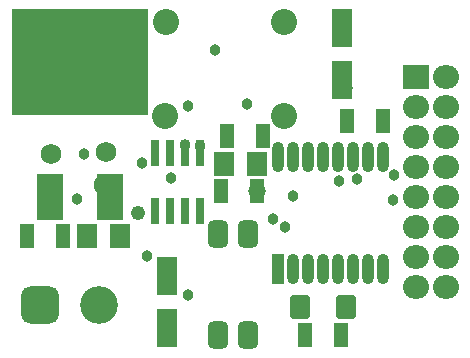
<source format=gts>
G04*
G04 #@! TF.GenerationSoftware,Altium Limited,Altium Designer,22.5.1 (42)*
G04*
G04 Layer_Color=8388736*
%FSLAX25Y25*%
%MOIN*%
G70*
G04*
G04 #@! TF.SameCoordinates,0C7ABF94-C2AC-4CB0-9C94-541A5C69193A*
G04*
G04*
G04 #@! TF.FilePolarity,Negative*
G04*
G01*
G75*
%ADD28R,0.08989X0.15800*%
%ADD29R,0.45800X0.35800*%
%ADD30R,0.03000X0.08600*%
%ADD31R,0.07099X0.12611*%
%ADD32R,0.07099X0.07887*%
G04:AMPARAMS|DCode=33|XSize=67.06mil|YSize=78.87mil|CornerRadius=11.38mil|HoleSize=0mil|Usage=FLASHONLY|Rotation=0.000|XOffset=0mil|YOffset=0mil|HoleType=Round|Shape=RoundedRectangle|*
%AMROUNDEDRECTD33*
21,1,0.06706,0.05610,0,0,0.0*
21,1,0.04429,0.07887,0,0,0.0*
1,1,0.02276,0.02215,-0.02805*
1,1,0.02276,-0.02215,-0.02805*
1,1,0.02276,-0.02215,0.02805*
1,1,0.02276,0.02215,0.02805*
%
%ADD33ROUNDEDRECTD33*%
%ADD34R,0.04973X0.07965*%
%ADD35O,0.03950X0.10249*%
%ADD36R,0.03950X0.10249*%
G04:AMPARAMS|DCode=37|XSize=91.86mil|YSize=69.81mil|CornerRadius=19.45mil|HoleSize=0mil|Usage=FLASHONLY|Rotation=270.000|XOffset=0mil|YOffset=0mil|HoleType=Round|Shape=RoundedRectangle|*
%AMROUNDEDRECTD37*
21,1,0.09186,0.03091,0,0,270.0*
21,1,0.05295,0.06981,0,0,270.0*
1,1,0.03891,-0.01545,-0.02648*
1,1,0.03891,-0.01545,0.02648*
1,1,0.03891,0.01545,0.02648*
1,1,0.03891,0.01545,-0.02648*
%
%ADD37ROUNDEDRECTD37*%
G04:AMPARAMS|DCode=38|XSize=126.11mil|YSize=126.11mil|CornerRadius=33.53mil|HoleSize=0mil|Usage=FLASHONLY|Rotation=0.000|XOffset=0mil|YOffset=0mil|HoleType=Round|Shape=RoundedRectangle|*
%AMROUNDEDRECTD38*
21,1,0.12611,0.05906,0,0,0.0*
21,1,0.05906,0.12611,0,0,0.0*
1,1,0.06706,0.02953,-0.02953*
1,1,0.06706,-0.02953,-0.02953*
1,1,0.06706,-0.02953,0.02953*
1,1,0.06706,0.02953,0.02953*
%
%ADD38ROUNDEDRECTD38*%
%ADD39C,0.12611*%
%ADD40O,0.08674X0.07887*%
%ADD41R,0.08674X0.07887*%
%ADD42C,0.08674*%
%ADD43C,0.03800*%
%ADD44C,0.06800*%
%ADD45C,0.05800*%
%ADD46C,0.04800*%
D28*
X14000Y51500D02*
D03*
X34000D02*
D03*
D29*
X24000Y96500D02*
D03*
D30*
X63900Y66200D02*
D03*
X58900D02*
D03*
X53900D02*
D03*
X48900D02*
D03*
Y46800D02*
D03*
X53900D02*
D03*
X58900D02*
D03*
X63900D02*
D03*
D31*
X111500Y108000D02*
D03*
Y90677D02*
D03*
X52900Y25161D02*
D03*
Y7839D02*
D03*
D32*
X83012Y62500D02*
D03*
X71988D02*
D03*
X26488Y38500D02*
D03*
X37512D02*
D03*
D33*
X97223Y15000D02*
D03*
X112577D02*
D03*
D34*
X110916Y5500D02*
D03*
X98884D02*
D03*
X112884Y77000D02*
D03*
X124916D02*
D03*
X72884Y72000D02*
D03*
X84916D02*
D03*
X82916Y53500D02*
D03*
X70884D02*
D03*
X18516Y38500D02*
D03*
X6484D02*
D03*
D35*
X124900Y65000D02*
D03*
X119900D02*
D03*
X114900D02*
D03*
X109900D02*
D03*
X104900D02*
D03*
X99900D02*
D03*
X94900D02*
D03*
X89900D02*
D03*
X124900Y27717D02*
D03*
X119900D02*
D03*
X114900D02*
D03*
X109900D02*
D03*
X104900D02*
D03*
X99900D02*
D03*
X94900D02*
D03*
D36*
X89900D02*
D03*
D37*
X79900Y5610D02*
D03*
X69900D02*
D03*
Y39390D02*
D03*
X79900D02*
D03*
D38*
X10558Y15728D02*
D03*
D39*
X30242D02*
D03*
D40*
X135900Y31500D02*
D03*
Y41500D02*
D03*
X145900Y31500D02*
D03*
Y41500D02*
D03*
X135900Y71500D02*
D03*
Y61500D02*
D03*
X145900D02*
D03*
Y71500D02*
D03*
Y21500D02*
D03*
X135900D02*
D03*
Y51500D02*
D03*
X145900D02*
D03*
Y81500D02*
D03*
X135900D02*
D03*
X145900Y91500D02*
D03*
D41*
X135900D02*
D03*
D42*
X92000Y110000D02*
D03*
X52632Y110012D02*
D03*
X91908Y78536D02*
D03*
X52483Y78517D02*
D03*
D43*
X59000Y68900D02*
D03*
X64100Y68700D02*
D03*
X60100Y82000D02*
D03*
X124945Y65900D02*
D03*
X44800Y63000D02*
D03*
X128675Y58995D02*
D03*
X109900Y65900D02*
D03*
X99800D02*
D03*
X35182Y99200D02*
D03*
X38591D02*
D03*
X31773Y91000D02*
D03*
X28364D02*
D03*
X31773Y95100D02*
D03*
X28364D02*
D03*
X31773Y99200D02*
D03*
X11318Y91000D02*
D03*
X4500D02*
D03*
X18136D02*
D03*
X21545D02*
D03*
X14727D02*
D03*
X7909D02*
D03*
X24954D02*
D03*
X11318Y95100D02*
D03*
X4500D02*
D03*
X18136D02*
D03*
X21545D02*
D03*
X14727D02*
D03*
X7909D02*
D03*
X24954D02*
D03*
X14727Y99200D02*
D03*
X4500D02*
D03*
X7909D02*
D03*
X21545D02*
D03*
X24954D02*
D03*
X18136D02*
D03*
X11318D02*
D03*
X28364D02*
D03*
Y103300D02*
D03*
X14727D02*
D03*
X18136D02*
D03*
X11318D02*
D03*
X4500D02*
D03*
X7909D02*
D03*
X21545D02*
D03*
X35182D02*
D03*
X38591D02*
D03*
X31773D02*
D03*
X24954D02*
D03*
X42000D02*
D03*
X28364Y107400D02*
D03*
X14727D02*
D03*
X18136D02*
D03*
X11318D02*
D03*
X4500D02*
D03*
X7909D02*
D03*
X21545D02*
D03*
X35182D02*
D03*
X38591D02*
D03*
X31773D02*
D03*
X24954D02*
D03*
X42000D02*
D03*
Y111500D02*
D03*
X24954D02*
D03*
X31773D02*
D03*
X38591D02*
D03*
X35182D02*
D03*
X21545D02*
D03*
X7909D02*
D03*
X4500D02*
D03*
X11318D02*
D03*
X18136D02*
D03*
X14727D02*
D03*
X28364D02*
D03*
X23000Y51000D02*
D03*
X95000Y52000D02*
D03*
X88500Y44231D02*
D03*
X68500Y5500D02*
D03*
X53050Y22307D02*
D03*
X73500Y70500D02*
D03*
X53050Y6000D02*
D03*
X25500Y66000D02*
D03*
X116400Y57500D02*
D03*
X92400Y41500D02*
D03*
X110475Y57025D02*
D03*
X46500Y32000D02*
D03*
X128500Y50500D02*
D03*
X90000Y24500D02*
D03*
X100000Y25000D02*
D03*
X95000D02*
D03*
X59900Y19000D02*
D03*
X119746Y27796D02*
D03*
X109900Y26500D02*
D03*
X79582Y82751D02*
D03*
X104900Y65900D02*
D03*
X54400Y58000D02*
D03*
X68900Y100500D02*
D03*
D44*
X32000Y55500D02*
D03*
X14500Y66000D02*
D03*
X32600Y66500D02*
D03*
D45*
X112000Y88000D02*
D03*
X112577Y15000D02*
D03*
X111400Y109000D02*
D03*
X82916Y53500D02*
D03*
D46*
X43500Y46214D02*
D03*
M02*

</source>
